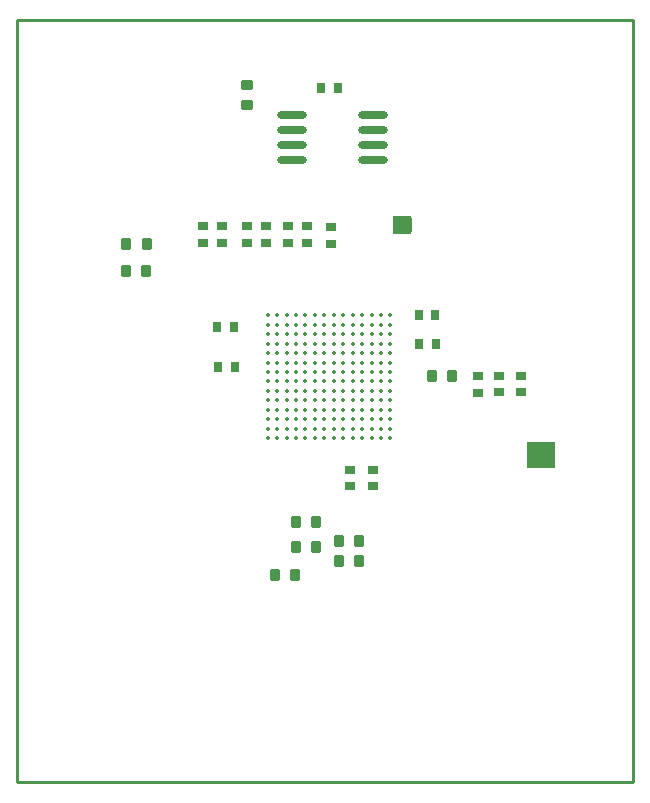
<source format=gtp>
G04*
G04 #@! TF.GenerationSoftware,Altium Limited,Altium Designer,20.0.11 (256)*
G04*
G04 Layer_Color=8421504*
%FSLAX25Y25*%
%MOIN*%
G70*
G01*
G75*
%ADD14C,0.01000*%
%ADD17R,0.09606X0.08661*%
%ADD18R,0.06299X0.06299*%
%ADD19R,0.02500X0.05000*%
G04:AMPARAMS|DCode=20|XSize=39.37mil|YSize=35.43mil|CornerRadius=4.43mil|HoleSize=0mil|Usage=FLASHONLY|Rotation=90.000|XOffset=0mil|YOffset=0mil|HoleType=Round|Shape=RoundedRectangle|*
%AMROUNDEDRECTD20*
21,1,0.03937,0.02657,0,0,90.0*
21,1,0.03051,0.03543,0,0,90.0*
1,1,0.00886,0.01329,0.01526*
1,1,0.00886,0.01329,-0.01526*
1,1,0.00886,-0.01329,-0.01526*
1,1,0.00886,-0.01329,0.01526*
%
%ADD20ROUNDEDRECTD20*%
%ADD21C,0.01378*%
%ADD22O,0.09843X0.02559*%
G04:AMPARAMS|DCode=23|XSize=39.37mil|YSize=35.43mil|CornerRadius=4.43mil|HoleSize=0mil|Usage=FLASHONLY|Rotation=0.000|XOffset=0mil|YOffset=0mil|HoleType=Round|Shape=RoundedRectangle|*
%AMROUNDEDRECTD23*
21,1,0.03937,0.02657,0,0,0.0*
21,1,0.03051,0.03543,0,0,0.0*
1,1,0.00886,0.01526,-0.01329*
1,1,0.00886,-0.01526,-0.01329*
1,1,0.00886,-0.01526,0.01329*
1,1,0.00886,0.01526,0.01329*
%
%ADD23ROUNDEDRECTD23*%
%ADD24R,0.02953X0.03740*%
%ADD25R,0.03740X0.02953*%
D14*
X320000Y146500D02*
X525500D01*
Y400500D01*
X320000D02*
X525500D01*
X320000Y146500D02*
Y400500D01*
D17*
X494758Y255776D02*
D03*
D18*
X448224Y332206D02*
D03*
D19*
X493136Y255776D02*
D03*
X496379D02*
D03*
X446996Y332206D02*
D03*
X450240D02*
D03*
D20*
X412984Y224953D02*
D03*
X419676D02*
D03*
X363188Y325888D02*
D03*
X356495D02*
D03*
X356306Y316932D02*
D03*
X362999D02*
D03*
X465155Y281878D02*
D03*
X458462D02*
D03*
X427262Y226900D02*
D03*
X433955D02*
D03*
X433909Y220234D02*
D03*
X427216D02*
D03*
X419831Y233346D02*
D03*
X413138D02*
D03*
X405983Y215786D02*
D03*
X412676D02*
D03*
D21*
X444487Y261226D02*
D03*
X441338D02*
D03*
X438188D02*
D03*
X435038D02*
D03*
X431889D02*
D03*
X428739D02*
D03*
X425590D02*
D03*
X422440D02*
D03*
X419290D02*
D03*
X416141D02*
D03*
X412991D02*
D03*
X409842D02*
D03*
X406692D02*
D03*
X403542D02*
D03*
X444487Y264375D02*
D03*
X441338D02*
D03*
X438188D02*
D03*
X435038D02*
D03*
X431889D02*
D03*
X428739D02*
D03*
X425590D02*
D03*
X422440D02*
D03*
X419290D02*
D03*
X416141D02*
D03*
X412991D02*
D03*
X409842D02*
D03*
X406692D02*
D03*
X403542D02*
D03*
X444487Y267525D02*
D03*
X441338D02*
D03*
X438188D02*
D03*
X435038D02*
D03*
X431889D02*
D03*
X428739D02*
D03*
X425590D02*
D03*
X422440D02*
D03*
X419290D02*
D03*
X416141D02*
D03*
X412991D02*
D03*
X409842D02*
D03*
X406692D02*
D03*
X403542D02*
D03*
X444487Y270675D02*
D03*
X441338D02*
D03*
X438188D02*
D03*
X435038D02*
D03*
X431889D02*
D03*
X428739D02*
D03*
X425590D02*
D03*
X422440D02*
D03*
X419290D02*
D03*
X416141D02*
D03*
X412991D02*
D03*
X409842D02*
D03*
X406692D02*
D03*
X403542D02*
D03*
X444487Y273824D02*
D03*
X441338D02*
D03*
X438188D02*
D03*
X435038D02*
D03*
X431889D02*
D03*
X428739D02*
D03*
X425590D02*
D03*
X422440D02*
D03*
X419290D02*
D03*
X416141D02*
D03*
X412991D02*
D03*
X409842D02*
D03*
X406692D02*
D03*
X403542D02*
D03*
X444487Y276974D02*
D03*
X441338D02*
D03*
X438188D02*
D03*
X435038D02*
D03*
X431889D02*
D03*
X428739D02*
D03*
X425590D02*
D03*
X422440D02*
D03*
X419290D02*
D03*
X416141D02*
D03*
X412991D02*
D03*
X409842D02*
D03*
X406692D02*
D03*
X403542D02*
D03*
X444487Y280123D02*
D03*
X441338D02*
D03*
X438188D02*
D03*
X435038D02*
D03*
X431889D02*
D03*
X428739D02*
D03*
X425590D02*
D03*
X422440D02*
D03*
X419290D02*
D03*
X416141D02*
D03*
X412991D02*
D03*
X409842D02*
D03*
X406692D02*
D03*
X403542D02*
D03*
X444487Y283273D02*
D03*
X441338D02*
D03*
X438188D02*
D03*
X435038D02*
D03*
X431889D02*
D03*
X428739D02*
D03*
X425590D02*
D03*
X422440D02*
D03*
X419290D02*
D03*
X416141D02*
D03*
X412991D02*
D03*
X409842D02*
D03*
X406692D02*
D03*
X403542D02*
D03*
X444487Y286423D02*
D03*
X441338D02*
D03*
X438188D02*
D03*
X435038D02*
D03*
X431889D02*
D03*
X428739D02*
D03*
X425590D02*
D03*
X422440D02*
D03*
X419290D02*
D03*
X416141D02*
D03*
X412991D02*
D03*
X409842D02*
D03*
X406692D02*
D03*
X403542D02*
D03*
X444487Y289572D02*
D03*
X441338D02*
D03*
X438188D02*
D03*
X435038D02*
D03*
X431889D02*
D03*
X428739D02*
D03*
X425590D02*
D03*
X422440D02*
D03*
X419290D02*
D03*
X416141D02*
D03*
X412991D02*
D03*
X409842D02*
D03*
X406692D02*
D03*
X403542D02*
D03*
X444487Y292722D02*
D03*
X441338D02*
D03*
X438188D02*
D03*
X435038D02*
D03*
X431889D02*
D03*
X428739D02*
D03*
X425590D02*
D03*
X422440D02*
D03*
X419290D02*
D03*
X416141D02*
D03*
X412991D02*
D03*
X409842D02*
D03*
X406692D02*
D03*
X403542D02*
D03*
X444487Y295872D02*
D03*
X441338D02*
D03*
X438188D02*
D03*
X435038D02*
D03*
X431889D02*
D03*
X428739D02*
D03*
X425590D02*
D03*
X422440D02*
D03*
X419290D02*
D03*
X416141D02*
D03*
X412991D02*
D03*
X409842D02*
D03*
X406692D02*
D03*
X403542D02*
D03*
X444487Y299021D02*
D03*
X441338D02*
D03*
X438188D02*
D03*
X435038D02*
D03*
X431889D02*
D03*
X428739D02*
D03*
X425590D02*
D03*
X422440D02*
D03*
X419290D02*
D03*
X416141D02*
D03*
X412991D02*
D03*
X409842D02*
D03*
X406692D02*
D03*
X403542D02*
D03*
X444487Y302171D02*
D03*
X441338D02*
D03*
X438188D02*
D03*
X435038D02*
D03*
X431889D02*
D03*
X428739D02*
D03*
X425590D02*
D03*
X422440D02*
D03*
X419290D02*
D03*
X416141D02*
D03*
X412991D02*
D03*
X409842D02*
D03*
X406692D02*
D03*
X403542D02*
D03*
D22*
X411614Y368823D02*
D03*
Y363823D02*
D03*
Y358823D02*
D03*
Y353823D02*
D03*
X438779Y368823D02*
D03*
Y363823D02*
D03*
Y358823D02*
D03*
Y353823D02*
D03*
D23*
X396582Y372285D02*
D03*
Y378978D02*
D03*
D24*
X426966Y377994D02*
D03*
X421454D02*
D03*
X392300Y298428D02*
D03*
X386788D02*
D03*
X387008Y284847D02*
D03*
X392520D02*
D03*
X459448Y302363D02*
D03*
X453937D02*
D03*
X454036Y292722D02*
D03*
X459548D02*
D03*
D25*
X381888Y326389D02*
D03*
Y331901D02*
D03*
X388187Y326389D02*
D03*
Y331901D02*
D03*
X396663Y326388D02*
D03*
Y331899D02*
D03*
X402911Y326388D02*
D03*
Y331899D02*
D03*
X410234Y326389D02*
D03*
Y331901D02*
D03*
X416534Y326389D02*
D03*
Y331901D02*
D03*
X424602Y325982D02*
D03*
Y331493D02*
D03*
X487841Y276462D02*
D03*
Y281974D02*
D03*
X480755Y276462D02*
D03*
Y281974D02*
D03*
X473620Y276423D02*
D03*
Y281934D02*
D03*
X438584Y245276D02*
D03*
Y250788D02*
D03*
X431042Y250649D02*
D03*
Y245137D02*
D03*
M02*

</source>
